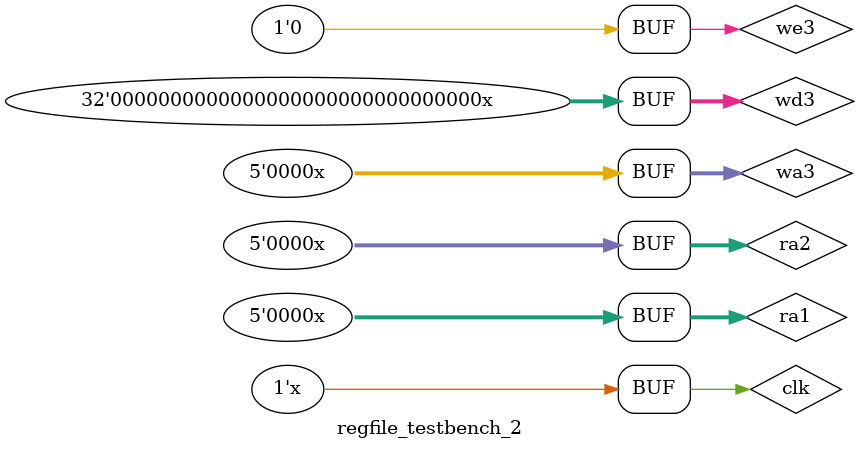
<source format=sv>
`timescale 1ns / 1ps
module regfile_testbench_2();

// initialize variables
logic clk; // clock
logic we3; // write enable
logic [4:0]  wa3; // wa3 write address
logic [31:0] wd3;   // data to write
logic [4:0]  ra1, ra2; // ra1 and ra2 register addresses, 
logic [31:0] rd1, rd2;  // data to read address in 1 and 2

  // instantiate device under test
   regfile instantiated_regfile(clk, we3, ra1, ra2, wa3, wd3, rd1, rd2);
    
  initial begin
   
    clk = 0; // set initial value of clock to 0
    we3 = 1; #1;     // enable write and wait for 1ns
    
    // Writing portion of code
    // iterate from 0 to 31 to write the values of i + 2 to ith register
    for (int i = 0; i <= 31; i=i+1) begin
        wa3 = i; wd3 = i + 2; #2;       // every one clock cycle iterate
    end
    
    we3 = 0; wa3 = 1'dx; wd3 = 1'dx;    // For readability
    
    
    // Reading portion of the code
    // iterate from 0 to 31 to read the values of ith register. Must use to registers
    // since requirement is to read two values per clock cycle
    for (int i = 0; i <= 31; i=i+2) begin
        ra1 = i;           // read the value of ith register
        ra2 = i + 1; #2;   // alongside read the value of i + 1 register
    end
    
    ra1 = 1'dx; ra2 = 1'dx;             // for readability
  end

// set clock
always begin
    // 1ns for each tick, then 2ns for every clock cycle
    #1 clk = ~clk; 
end  
endmodule
</source>
